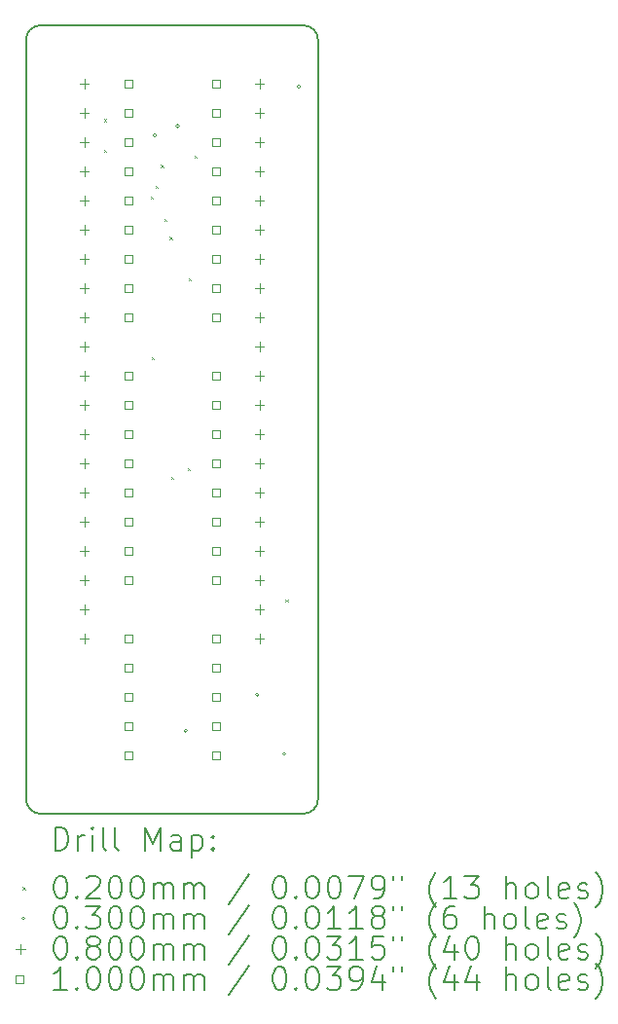
<source format=gbr>
%TF.GenerationSoftware,KiCad,Pcbnew,9.0.6-9.0.6~ubuntu25.10.1*%
%TF.CreationDate,2025-12-24T22:54:56+09:00*%
%TF.ProjectId,bionic-p8086,62696f6e-6963-42d7-9038-3038362e6b69,1*%
%TF.SameCoordinates,Original*%
%TF.FileFunction,Drillmap*%
%TF.FilePolarity,Positive*%
%FSLAX45Y45*%
G04 Gerber Fmt 4.5, Leading zero omitted, Abs format (unit mm)*
G04 Created by KiCad (PCBNEW 9.0.6-9.0.6~ubuntu25.10.1) date 2025-12-24 22:54:56*
%MOMM*%
%LPD*%
G01*
G04 APERTURE LIST*
%ADD10C,0.150000*%
%ADD11C,0.200000*%
%ADD12C,0.100000*%
G04 APERTURE END LIST*
D10*
X10100000Y-7127000D02*
G75*
G02*
X10227000Y-7000000I127000J0D01*
G01*
X10100000Y-13731000D02*
X10100000Y-7127000D01*
X12640000Y-13731000D02*
G75*
G02*
X12513000Y-13858000I-127000J0D01*
G01*
X10227000Y-13858000D02*
G75*
G02*
X10100000Y-13731000I0J127000D01*
G01*
X10227000Y-7000000D02*
X12513000Y-7000000D01*
X12513000Y-7000000D02*
G75*
G02*
X12640000Y-7127000I0J-127000D01*
G01*
X12513000Y-13858000D02*
X10227000Y-13858000D01*
X12640000Y-7127000D02*
X12640000Y-13731000D01*
D11*
D12*
X10775800Y-7815500D02*
X10795800Y-7835500D01*
X10795800Y-7815500D02*
X10775800Y-7835500D01*
X10775800Y-8082200D02*
X10795800Y-8102200D01*
X10795800Y-8082200D02*
X10775800Y-8102200D01*
X11182270Y-8488530D02*
X11202270Y-8508530D01*
X11202270Y-8488530D02*
X11182270Y-8508530D01*
X11194900Y-9885600D02*
X11214900Y-9905600D01*
X11214900Y-9885600D02*
X11194900Y-9905600D01*
X11227270Y-8396215D02*
X11247270Y-8416215D01*
X11247270Y-8396215D02*
X11227270Y-8416215D01*
X11273907Y-8215000D02*
X11293907Y-8235000D01*
X11293907Y-8215000D02*
X11273907Y-8235000D01*
X11302230Y-8684830D02*
X11322230Y-8704830D01*
X11322230Y-8684830D02*
X11302230Y-8704830D01*
X11349840Y-8839120D02*
X11369840Y-8859120D01*
X11369840Y-8839120D02*
X11349840Y-8859120D01*
X11360000Y-10927000D02*
X11380000Y-10947000D01*
X11380000Y-10927000D02*
X11360000Y-10947000D01*
X11505500Y-10850800D02*
X11525500Y-10870800D01*
X11525500Y-10850800D02*
X11505500Y-10870800D01*
X11512400Y-9199800D02*
X11532400Y-9219800D01*
X11532400Y-9199800D02*
X11512400Y-9219800D01*
X11563200Y-8133000D02*
X11583200Y-8153000D01*
X11583200Y-8133000D02*
X11563200Y-8153000D01*
X12357500Y-11996700D02*
X12377500Y-12016700D01*
X12377500Y-11996700D02*
X12357500Y-12016700D01*
X11235140Y-7955040D02*
G75*
G02*
X11205140Y-7955040I-15000J0D01*
G01*
X11205140Y-7955040D02*
G75*
G02*
X11235140Y-7955040I15000J0D01*
G01*
X11435800Y-7876300D02*
G75*
G02*
X11405800Y-7876300I-15000J0D01*
G01*
X11405800Y-7876300D02*
G75*
G02*
X11435800Y-7876300I15000J0D01*
G01*
X11504380Y-13136640D02*
G75*
G02*
X11474380Y-13136640I-15000J0D01*
G01*
X11474380Y-13136640D02*
G75*
G02*
X11504380Y-13136640I15000J0D01*
G01*
X12126680Y-12824220D02*
G75*
G02*
X12096680Y-12824220I-15000J0D01*
G01*
X12096680Y-12824220D02*
G75*
G02*
X12126680Y-12824220I15000J0D01*
G01*
X12360360Y-13337300D02*
G75*
G02*
X12330360Y-13337300I-15000J0D01*
G01*
X12330360Y-13337300D02*
G75*
G02*
X12360360Y-13337300I15000J0D01*
G01*
X12489900Y-7533400D02*
G75*
G02*
X12459900Y-7533400I-15000J0D01*
G01*
X12459900Y-7533400D02*
G75*
G02*
X12489900Y-7533400I15000J0D01*
G01*
X10608000Y-7468000D02*
X10608000Y-7548000D01*
X10568000Y-7508000D02*
X10648000Y-7508000D01*
X10608000Y-7722000D02*
X10608000Y-7802000D01*
X10568000Y-7762000D02*
X10648000Y-7762000D01*
X10608000Y-7976000D02*
X10608000Y-8056000D01*
X10568000Y-8016000D02*
X10648000Y-8016000D01*
X10608000Y-8230000D02*
X10608000Y-8310000D01*
X10568000Y-8270000D02*
X10648000Y-8270000D01*
X10608000Y-8484000D02*
X10608000Y-8564000D01*
X10568000Y-8524000D02*
X10648000Y-8524000D01*
X10608000Y-8738000D02*
X10608000Y-8818000D01*
X10568000Y-8778000D02*
X10648000Y-8778000D01*
X10608000Y-8992000D02*
X10608000Y-9072000D01*
X10568000Y-9032000D02*
X10648000Y-9032000D01*
X10608000Y-9246000D02*
X10608000Y-9326000D01*
X10568000Y-9286000D02*
X10648000Y-9286000D01*
X10608000Y-9500000D02*
X10608000Y-9580000D01*
X10568000Y-9540000D02*
X10648000Y-9540000D01*
X10608000Y-9754000D02*
X10608000Y-9834000D01*
X10568000Y-9794000D02*
X10648000Y-9794000D01*
X10608000Y-10008000D02*
X10608000Y-10088000D01*
X10568000Y-10048000D02*
X10648000Y-10048000D01*
X10608000Y-10262000D02*
X10608000Y-10342000D01*
X10568000Y-10302000D02*
X10648000Y-10302000D01*
X10608000Y-10516000D02*
X10608000Y-10596000D01*
X10568000Y-10556000D02*
X10648000Y-10556000D01*
X10608000Y-10770000D02*
X10608000Y-10850000D01*
X10568000Y-10810000D02*
X10648000Y-10810000D01*
X10608000Y-11024000D02*
X10608000Y-11104000D01*
X10568000Y-11064000D02*
X10648000Y-11064000D01*
X10608000Y-11278000D02*
X10608000Y-11358000D01*
X10568000Y-11318000D02*
X10648000Y-11318000D01*
X10608000Y-11532000D02*
X10608000Y-11612000D01*
X10568000Y-11572000D02*
X10648000Y-11572000D01*
X10608000Y-11786000D02*
X10608000Y-11866000D01*
X10568000Y-11826000D02*
X10648000Y-11826000D01*
X10608000Y-12040000D02*
X10608000Y-12120000D01*
X10568000Y-12080000D02*
X10648000Y-12080000D01*
X10608000Y-12294000D02*
X10608000Y-12374000D01*
X10568000Y-12334000D02*
X10648000Y-12334000D01*
X12132000Y-7468000D02*
X12132000Y-7548000D01*
X12092000Y-7508000D02*
X12172000Y-7508000D01*
X12132000Y-7722000D02*
X12132000Y-7802000D01*
X12092000Y-7762000D02*
X12172000Y-7762000D01*
X12132000Y-7976000D02*
X12132000Y-8056000D01*
X12092000Y-8016000D02*
X12172000Y-8016000D01*
X12132000Y-8230000D02*
X12132000Y-8310000D01*
X12092000Y-8270000D02*
X12172000Y-8270000D01*
X12132000Y-8484000D02*
X12132000Y-8564000D01*
X12092000Y-8524000D02*
X12172000Y-8524000D01*
X12132000Y-8738000D02*
X12132000Y-8818000D01*
X12092000Y-8778000D02*
X12172000Y-8778000D01*
X12132000Y-8992000D02*
X12132000Y-9072000D01*
X12092000Y-9032000D02*
X12172000Y-9032000D01*
X12132000Y-9246000D02*
X12132000Y-9326000D01*
X12092000Y-9286000D02*
X12172000Y-9286000D01*
X12132000Y-9500000D02*
X12132000Y-9580000D01*
X12092000Y-9540000D02*
X12172000Y-9540000D01*
X12132000Y-9754000D02*
X12132000Y-9834000D01*
X12092000Y-9794000D02*
X12172000Y-9794000D01*
X12132000Y-10008000D02*
X12132000Y-10088000D01*
X12092000Y-10048000D02*
X12172000Y-10048000D01*
X12132000Y-10262000D02*
X12132000Y-10342000D01*
X12092000Y-10302000D02*
X12172000Y-10302000D01*
X12132000Y-10516000D02*
X12132000Y-10596000D01*
X12092000Y-10556000D02*
X12172000Y-10556000D01*
X12132000Y-10770000D02*
X12132000Y-10850000D01*
X12092000Y-10810000D02*
X12172000Y-10810000D01*
X12132000Y-11024000D02*
X12132000Y-11104000D01*
X12092000Y-11064000D02*
X12172000Y-11064000D01*
X12132000Y-11278000D02*
X12132000Y-11358000D01*
X12092000Y-11318000D02*
X12172000Y-11318000D01*
X12132000Y-11532000D02*
X12132000Y-11612000D01*
X12092000Y-11572000D02*
X12172000Y-11572000D01*
X12132000Y-11786000D02*
X12132000Y-11866000D01*
X12092000Y-11826000D02*
X12172000Y-11826000D01*
X12132000Y-12040000D02*
X12132000Y-12120000D01*
X12092000Y-12080000D02*
X12172000Y-12080000D01*
X12132000Y-12294000D02*
X12132000Y-12374000D01*
X12092000Y-12334000D02*
X12172000Y-12334000D01*
X11024356Y-7543356D02*
X11024356Y-7472644D01*
X10953644Y-7472644D01*
X10953644Y-7543356D01*
X11024356Y-7543356D01*
X11024356Y-7797356D02*
X11024356Y-7726644D01*
X10953644Y-7726644D01*
X10953644Y-7797356D01*
X11024356Y-7797356D01*
X11024356Y-8051356D02*
X11024356Y-7980644D01*
X10953644Y-7980644D01*
X10953644Y-8051356D01*
X11024356Y-8051356D01*
X11024356Y-8305356D02*
X11024356Y-8234644D01*
X10953644Y-8234644D01*
X10953644Y-8305356D01*
X11024356Y-8305356D01*
X11024356Y-8559356D02*
X11024356Y-8488644D01*
X10953644Y-8488644D01*
X10953644Y-8559356D01*
X11024356Y-8559356D01*
X11024356Y-8813356D02*
X11024356Y-8742644D01*
X10953644Y-8742644D01*
X10953644Y-8813356D01*
X11024356Y-8813356D01*
X11024356Y-9067356D02*
X11024356Y-8996644D01*
X10953644Y-8996644D01*
X10953644Y-9067356D01*
X11024356Y-9067356D01*
X11024356Y-9321356D02*
X11024356Y-9250644D01*
X10953644Y-9250644D01*
X10953644Y-9321356D01*
X11024356Y-9321356D01*
X11024356Y-9575356D02*
X11024356Y-9504644D01*
X10953644Y-9504644D01*
X10953644Y-9575356D01*
X11024356Y-9575356D01*
X11024356Y-10083356D02*
X11024356Y-10012644D01*
X10953644Y-10012644D01*
X10953644Y-10083356D01*
X11024356Y-10083356D01*
X11024356Y-10337356D02*
X11024356Y-10266644D01*
X10953644Y-10266644D01*
X10953644Y-10337356D01*
X11024356Y-10337356D01*
X11024356Y-10591356D02*
X11024356Y-10520644D01*
X10953644Y-10520644D01*
X10953644Y-10591356D01*
X11024356Y-10591356D01*
X11024356Y-10845356D02*
X11024356Y-10774644D01*
X10953644Y-10774644D01*
X10953644Y-10845356D01*
X11024356Y-10845356D01*
X11024356Y-11099356D02*
X11024356Y-11028644D01*
X10953644Y-11028644D01*
X10953644Y-11099356D01*
X11024356Y-11099356D01*
X11024356Y-11353356D02*
X11024356Y-11282644D01*
X10953644Y-11282644D01*
X10953644Y-11353356D01*
X11024356Y-11353356D01*
X11024356Y-11607356D02*
X11024356Y-11536644D01*
X10953644Y-11536644D01*
X10953644Y-11607356D01*
X11024356Y-11607356D01*
X11024356Y-11861356D02*
X11024356Y-11790644D01*
X10953644Y-11790644D01*
X10953644Y-11861356D01*
X11024356Y-11861356D01*
X11024356Y-12369356D02*
X11024356Y-12298644D01*
X10953644Y-12298644D01*
X10953644Y-12369356D01*
X11024356Y-12369356D01*
X11024356Y-12623356D02*
X11024356Y-12552644D01*
X10953644Y-12552644D01*
X10953644Y-12623356D01*
X11024356Y-12623356D01*
X11024356Y-12877356D02*
X11024356Y-12806644D01*
X10953644Y-12806644D01*
X10953644Y-12877356D01*
X11024356Y-12877356D01*
X11024356Y-13131356D02*
X11024356Y-13060644D01*
X10953644Y-13060644D01*
X10953644Y-13131356D01*
X11024356Y-13131356D01*
X11024356Y-13385356D02*
X11024356Y-13314644D01*
X10953644Y-13314644D01*
X10953644Y-13385356D01*
X11024356Y-13385356D01*
X11786356Y-7543356D02*
X11786356Y-7472644D01*
X11715644Y-7472644D01*
X11715644Y-7543356D01*
X11786356Y-7543356D01*
X11786356Y-7797356D02*
X11786356Y-7726644D01*
X11715644Y-7726644D01*
X11715644Y-7797356D01*
X11786356Y-7797356D01*
X11786356Y-8051356D02*
X11786356Y-7980644D01*
X11715644Y-7980644D01*
X11715644Y-8051356D01*
X11786356Y-8051356D01*
X11786356Y-8305356D02*
X11786356Y-8234644D01*
X11715644Y-8234644D01*
X11715644Y-8305356D01*
X11786356Y-8305356D01*
X11786356Y-8559356D02*
X11786356Y-8488644D01*
X11715644Y-8488644D01*
X11715644Y-8559356D01*
X11786356Y-8559356D01*
X11786356Y-8813356D02*
X11786356Y-8742644D01*
X11715644Y-8742644D01*
X11715644Y-8813356D01*
X11786356Y-8813356D01*
X11786356Y-9067356D02*
X11786356Y-8996644D01*
X11715644Y-8996644D01*
X11715644Y-9067356D01*
X11786356Y-9067356D01*
X11786356Y-9321356D02*
X11786356Y-9250644D01*
X11715644Y-9250644D01*
X11715644Y-9321356D01*
X11786356Y-9321356D01*
X11786356Y-9575356D02*
X11786356Y-9504644D01*
X11715644Y-9504644D01*
X11715644Y-9575356D01*
X11786356Y-9575356D01*
X11786356Y-10083356D02*
X11786356Y-10012644D01*
X11715644Y-10012644D01*
X11715644Y-10083356D01*
X11786356Y-10083356D01*
X11786356Y-10337356D02*
X11786356Y-10266644D01*
X11715644Y-10266644D01*
X11715644Y-10337356D01*
X11786356Y-10337356D01*
X11786356Y-10591356D02*
X11786356Y-10520644D01*
X11715644Y-10520644D01*
X11715644Y-10591356D01*
X11786356Y-10591356D01*
X11786356Y-10845356D02*
X11786356Y-10774644D01*
X11715644Y-10774644D01*
X11715644Y-10845356D01*
X11786356Y-10845356D01*
X11786356Y-11099356D02*
X11786356Y-11028644D01*
X11715644Y-11028644D01*
X11715644Y-11099356D01*
X11786356Y-11099356D01*
X11786356Y-11353356D02*
X11786356Y-11282644D01*
X11715644Y-11282644D01*
X11715644Y-11353356D01*
X11786356Y-11353356D01*
X11786356Y-11607356D02*
X11786356Y-11536644D01*
X11715644Y-11536644D01*
X11715644Y-11607356D01*
X11786356Y-11607356D01*
X11786356Y-11861356D02*
X11786356Y-11790644D01*
X11715644Y-11790644D01*
X11715644Y-11861356D01*
X11786356Y-11861356D01*
X11786356Y-12369356D02*
X11786356Y-12298644D01*
X11715644Y-12298644D01*
X11715644Y-12369356D01*
X11786356Y-12369356D01*
X11786356Y-12623356D02*
X11786356Y-12552644D01*
X11715644Y-12552644D01*
X11715644Y-12623356D01*
X11786356Y-12623356D01*
X11786356Y-12877356D02*
X11786356Y-12806644D01*
X11715644Y-12806644D01*
X11715644Y-12877356D01*
X11786356Y-12877356D01*
X11786356Y-13131356D02*
X11786356Y-13060644D01*
X11715644Y-13060644D01*
X11715644Y-13131356D01*
X11786356Y-13131356D01*
X11786356Y-13385356D02*
X11786356Y-13314644D01*
X11715644Y-13314644D01*
X11715644Y-13385356D01*
X11786356Y-13385356D01*
D11*
X10353277Y-14176984D02*
X10353277Y-13976984D01*
X10353277Y-13976984D02*
X10400896Y-13976984D01*
X10400896Y-13976984D02*
X10429467Y-13986508D01*
X10429467Y-13986508D02*
X10448515Y-14005555D01*
X10448515Y-14005555D02*
X10458039Y-14024603D01*
X10458039Y-14024603D02*
X10467563Y-14062698D01*
X10467563Y-14062698D02*
X10467563Y-14091269D01*
X10467563Y-14091269D02*
X10458039Y-14129365D01*
X10458039Y-14129365D02*
X10448515Y-14148412D01*
X10448515Y-14148412D02*
X10429467Y-14167460D01*
X10429467Y-14167460D02*
X10400896Y-14176984D01*
X10400896Y-14176984D02*
X10353277Y-14176984D01*
X10553277Y-14176984D02*
X10553277Y-14043650D01*
X10553277Y-14081746D02*
X10562801Y-14062698D01*
X10562801Y-14062698D02*
X10572324Y-14053174D01*
X10572324Y-14053174D02*
X10591372Y-14043650D01*
X10591372Y-14043650D02*
X10610420Y-14043650D01*
X10677086Y-14176984D02*
X10677086Y-14043650D01*
X10677086Y-13976984D02*
X10667563Y-13986508D01*
X10667563Y-13986508D02*
X10677086Y-13996031D01*
X10677086Y-13996031D02*
X10686610Y-13986508D01*
X10686610Y-13986508D02*
X10677086Y-13976984D01*
X10677086Y-13976984D02*
X10677086Y-13996031D01*
X10800896Y-14176984D02*
X10781848Y-14167460D01*
X10781848Y-14167460D02*
X10772324Y-14148412D01*
X10772324Y-14148412D02*
X10772324Y-13976984D01*
X10905658Y-14176984D02*
X10886610Y-14167460D01*
X10886610Y-14167460D02*
X10877086Y-14148412D01*
X10877086Y-14148412D02*
X10877086Y-13976984D01*
X11134229Y-14176984D02*
X11134229Y-13976984D01*
X11134229Y-13976984D02*
X11200896Y-14119841D01*
X11200896Y-14119841D02*
X11267562Y-13976984D01*
X11267562Y-13976984D02*
X11267562Y-14176984D01*
X11448515Y-14176984D02*
X11448515Y-14072222D01*
X11448515Y-14072222D02*
X11438991Y-14053174D01*
X11438991Y-14053174D02*
X11419943Y-14043650D01*
X11419943Y-14043650D02*
X11381848Y-14043650D01*
X11381848Y-14043650D02*
X11362801Y-14053174D01*
X11448515Y-14167460D02*
X11429467Y-14176984D01*
X11429467Y-14176984D02*
X11381848Y-14176984D01*
X11381848Y-14176984D02*
X11362801Y-14167460D01*
X11362801Y-14167460D02*
X11353277Y-14148412D01*
X11353277Y-14148412D02*
X11353277Y-14129365D01*
X11353277Y-14129365D02*
X11362801Y-14110317D01*
X11362801Y-14110317D02*
X11381848Y-14100793D01*
X11381848Y-14100793D02*
X11429467Y-14100793D01*
X11429467Y-14100793D02*
X11448515Y-14091269D01*
X11543753Y-14043650D02*
X11543753Y-14243650D01*
X11543753Y-14053174D02*
X11562801Y-14043650D01*
X11562801Y-14043650D02*
X11600896Y-14043650D01*
X11600896Y-14043650D02*
X11619943Y-14053174D01*
X11619943Y-14053174D02*
X11629467Y-14062698D01*
X11629467Y-14062698D02*
X11638991Y-14081746D01*
X11638991Y-14081746D02*
X11638991Y-14138888D01*
X11638991Y-14138888D02*
X11629467Y-14157936D01*
X11629467Y-14157936D02*
X11619943Y-14167460D01*
X11619943Y-14167460D02*
X11600896Y-14176984D01*
X11600896Y-14176984D02*
X11562801Y-14176984D01*
X11562801Y-14176984D02*
X11543753Y-14167460D01*
X11724705Y-14157936D02*
X11734229Y-14167460D01*
X11734229Y-14167460D02*
X11724705Y-14176984D01*
X11724705Y-14176984D02*
X11715182Y-14167460D01*
X11715182Y-14167460D02*
X11724705Y-14157936D01*
X11724705Y-14157936D02*
X11724705Y-14176984D01*
X11724705Y-14053174D02*
X11734229Y-14062698D01*
X11734229Y-14062698D02*
X11724705Y-14072222D01*
X11724705Y-14072222D02*
X11715182Y-14062698D01*
X11715182Y-14062698D02*
X11724705Y-14053174D01*
X11724705Y-14053174D02*
X11724705Y-14072222D01*
D12*
X10072500Y-14495500D02*
X10092500Y-14515500D01*
X10092500Y-14495500D02*
X10072500Y-14515500D01*
D11*
X10391372Y-14396984D02*
X10410420Y-14396984D01*
X10410420Y-14396984D02*
X10429467Y-14406508D01*
X10429467Y-14406508D02*
X10438991Y-14416031D01*
X10438991Y-14416031D02*
X10448515Y-14435079D01*
X10448515Y-14435079D02*
X10458039Y-14473174D01*
X10458039Y-14473174D02*
X10458039Y-14520793D01*
X10458039Y-14520793D02*
X10448515Y-14558888D01*
X10448515Y-14558888D02*
X10438991Y-14577936D01*
X10438991Y-14577936D02*
X10429467Y-14587460D01*
X10429467Y-14587460D02*
X10410420Y-14596984D01*
X10410420Y-14596984D02*
X10391372Y-14596984D01*
X10391372Y-14596984D02*
X10372324Y-14587460D01*
X10372324Y-14587460D02*
X10362801Y-14577936D01*
X10362801Y-14577936D02*
X10353277Y-14558888D01*
X10353277Y-14558888D02*
X10343753Y-14520793D01*
X10343753Y-14520793D02*
X10343753Y-14473174D01*
X10343753Y-14473174D02*
X10353277Y-14435079D01*
X10353277Y-14435079D02*
X10362801Y-14416031D01*
X10362801Y-14416031D02*
X10372324Y-14406508D01*
X10372324Y-14406508D02*
X10391372Y-14396984D01*
X10543753Y-14577936D02*
X10553277Y-14587460D01*
X10553277Y-14587460D02*
X10543753Y-14596984D01*
X10543753Y-14596984D02*
X10534229Y-14587460D01*
X10534229Y-14587460D02*
X10543753Y-14577936D01*
X10543753Y-14577936D02*
X10543753Y-14596984D01*
X10629467Y-14416031D02*
X10638991Y-14406508D01*
X10638991Y-14406508D02*
X10658039Y-14396984D01*
X10658039Y-14396984D02*
X10705658Y-14396984D01*
X10705658Y-14396984D02*
X10724705Y-14406508D01*
X10724705Y-14406508D02*
X10734229Y-14416031D01*
X10734229Y-14416031D02*
X10743753Y-14435079D01*
X10743753Y-14435079D02*
X10743753Y-14454127D01*
X10743753Y-14454127D02*
X10734229Y-14482698D01*
X10734229Y-14482698D02*
X10619944Y-14596984D01*
X10619944Y-14596984D02*
X10743753Y-14596984D01*
X10867563Y-14396984D02*
X10886610Y-14396984D01*
X10886610Y-14396984D02*
X10905658Y-14406508D01*
X10905658Y-14406508D02*
X10915182Y-14416031D01*
X10915182Y-14416031D02*
X10924705Y-14435079D01*
X10924705Y-14435079D02*
X10934229Y-14473174D01*
X10934229Y-14473174D02*
X10934229Y-14520793D01*
X10934229Y-14520793D02*
X10924705Y-14558888D01*
X10924705Y-14558888D02*
X10915182Y-14577936D01*
X10915182Y-14577936D02*
X10905658Y-14587460D01*
X10905658Y-14587460D02*
X10886610Y-14596984D01*
X10886610Y-14596984D02*
X10867563Y-14596984D01*
X10867563Y-14596984D02*
X10848515Y-14587460D01*
X10848515Y-14587460D02*
X10838991Y-14577936D01*
X10838991Y-14577936D02*
X10829467Y-14558888D01*
X10829467Y-14558888D02*
X10819944Y-14520793D01*
X10819944Y-14520793D02*
X10819944Y-14473174D01*
X10819944Y-14473174D02*
X10829467Y-14435079D01*
X10829467Y-14435079D02*
X10838991Y-14416031D01*
X10838991Y-14416031D02*
X10848515Y-14406508D01*
X10848515Y-14406508D02*
X10867563Y-14396984D01*
X11058039Y-14396984D02*
X11077086Y-14396984D01*
X11077086Y-14396984D02*
X11096134Y-14406508D01*
X11096134Y-14406508D02*
X11105658Y-14416031D01*
X11105658Y-14416031D02*
X11115182Y-14435079D01*
X11115182Y-14435079D02*
X11124705Y-14473174D01*
X11124705Y-14473174D02*
X11124705Y-14520793D01*
X11124705Y-14520793D02*
X11115182Y-14558888D01*
X11115182Y-14558888D02*
X11105658Y-14577936D01*
X11105658Y-14577936D02*
X11096134Y-14587460D01*
X11096134Y-14587460D02*
X11077086Y-14596984D01*
X11077086Y-14596984D02*
X11058039Y-14596984D01*
X11058039Y-14596984D02*
X11038991Y-14587460D01*
X11038991Y-14587460D02*
X11029467Y-14577936D01*
X11029467Y-14577936D02*
X11019944Y-14558888D01*
X11019944Y-14558888D02*
X11010420Y-14520793D01*
X11010420Y-14520793D02*
X11010420Y-14473174D01*
X11010420Y-14473174D02*
X11019944Y-14435079D01*
X11019944Y-14435079D02*
X11029467Y-14416031D01*
X11029467Y-14416031D02*
X11038991Y-14406508D01*
X11038991Y-14406508D02*
X11058039Y-14396984D01*
X11210420Y-14596984D02*
X11210420Y-14463650D01*
X11210420Y-14482698D02*
X11219943Y-14473174D01*
X11219943Y-14473174D02*
X11238991Y-14463650D01*
X11238991Y-14463650D02*
X11267563Y-14463650D01*
X11267563Y-14463650D02*
X11286610Y-14473174D01*
X11286610Y-14473174D02*
X11296134Y-14492222D01*
X11296134Y-14492222D02*
X11296134Y-14596984D01*
X11296134Y-14492222D02*
X11305658Y-14473174D01*
X11305658Y-14473174D02*
X11324705Y-14463650D01*
X11324705Y-14463650D02*
X11353277Y-14463650D01*
X11353277Y-14463650D02*
X11372324Y-14473174D01*
X11372324Y-14473174D02*
X11381848Y-14492222D01*
X11381848Y-14492222D02*
X11381848Y-14596984D01*
X11477086Y-14596984D02*
X11477086Y-14463650D01*
X11477086Y-14482698D02*
X11486610Y-14473174D01*
X11486610Y-14473174D02*
X11505658Y-14463650D01*
X11505658Y-14463650D02*
X11534229Y-14463650D01*
X11534229Y-14463650D02*
X11553277Y-14473174D01*
X11553277Y-14473174D02*
X11562801Y-14492222D01*
X11562801Y-14492222D02*
X11562801Y-14596984D01*
X11562801Y-14492222D02*
X11572324Y-14473174D01*
X11572324Y-14473174D02*
X11591372Y-14463650D01*
X11591372Y-14463650D02*
X11619943Y-14463650D01*
X11619943Y-14463650D02*
X11638991Y-14473174D01*
X11638991Y-14473174D02*
X11648515Y-14492222D01*
X11648515Y-14492222D02*
X11648515Y-14596984D01*
X12038991Y-14387460D02*
X11867563Y-14644603D01*
X12296134Y-14396984D02*
X12315182Y-14396984D01*
X12315182Y-14396984D02*
X12334229Y-14406508D01*
X12334229Y-14406508D02*
X12343753Y-14416031D01*
X12343753Y-14416031D02*
X12353277Y-14435079D01*
X12353277Y-14435079D02*
X12362801Y-14473174D01*
X12362801Y-14473174D02*
X12362801Y-14520793D01*
X12362801Y-14520793D02*
X12353277Y-14558888D01*
X12353277Y-14558888D02*
X12343753Y-14577936D01*
X12343753Y-14577936D02*
X12334229Y-14587460D01*
X12334229Y-14587460D02*
X12315182Y-14596984D01*
X12315182Y-14596984D02*
X12296134Y-14596984D01*
X12296134Y-14596984D02*
X12277086Y-14587460D01*
X12277086Y-14587460D02*
X12267563Y-14577936D01*
X12267563Y-14577936D02*
X12258039Y-14558888D01*
X12258039Y-14558888D02*
X12248515Y-14520793D01*
X12248515Y-14520793D02*
X12248515Y-14473174D01*
X12248515Y-14473174D02*
X12258039Y-14435079D01*
X12258039Y-14435079D02*
X12267563Y-14416031D01*
X12267563Y-14416031D02*
X12277086Y-14406508D01*
X12277086Y-14406508D02*
X12296134Y-14396984D01*
X12448515Y-14577936D02*
X12458039Y-14587460D01*
X12458039Y-14587460D02*
X12448515Y-14596984D01*
X12448515Y-14596984D02*
X12438991Y-14587460D01*
X12438991Y-14587460D02*
X12448515Y-14577936D01*
X12448515Y-14577936D02*
X12448515Y-14596984D01*
X12581848Y-14396984D02*
X12600896Y-14396984D01*
X12600896Y-14396984D02*
X12619944Y-14406508D01*
X12619944Y-14406508D02*
X12629467Y-14416031D01*
X12629467Y-14416031D02*
X12638991Y-14435079D01*
X12638991Y-14435079D02*
X12648515Y-14473174D01*
X12648515Y-14473174D02*
X12648515Y-14520793D01*
X12648515Y-14520793D02*
X12638991Y-14558888D01*
X12638991Y-14558888D02*
X12629467Y-14577936D01*
X12629467Y-14577936D02*
X12619944Y-14587460D01*
X12619944Y-14587460D02*
X12600896Y-14596984D01*
X12600896Y-14596984D02*
X12581848Y-14596984D01*
X12581848Y-14596984D02*
X12562801Y-14587460D01*
X12562801Y-14587460D02*
X12553277Y-14577936D01*
X12553277Y-14577936D02*
X12543753Y-14558888D01*
X12543753Y-14558888D02*
X12534229Y-14520793D01*
X12534229Y-14520793D02*
X12534229Y-14473174D01*
X12534229Y-14473174D02*
X12543753Y-14435079D01*
X12543753Y-14435079D02*
X12553277Y-14416031D01*
X12553277Y-14416031D02*
X12562801Y-14406508D01*
X12562801Y-14406508D02*
X12581848Y-14396984D01*
X12772325Y-14396984D02*
X12791372Y-14396984D01*
X12791372Y-14396984D02*
X12810420Y-14406508D01*
X12810420Y-14406508D02*
X12819944Y-14416031D01*
X12819944Y-14416031D02*
X12829467Y-14435079D01*
X12829467Y-14435079D02*
X12838991Y-14473174D01*
X12838991Y-14473174D02*
X12838991Y-14520793D01*
X12838991Y-14520793D02*
X12829467Y-14558888D01*
X12829467Y-14558888D02*
X12819944Y-14577936D01*
X12819944Y-14577936D02*
X12810420Y-14587460D01*
X12810420Y-14587460D02*
X12791372Y-14596984D01*
X12791372Y-14596984D02*
X12772325Y-14596984D01*
X12772325Y-14596984D02*
X12753277Y-14587460D01*
X12753277Y-14587460D02*
X12743753Y-14577936D01*
X12743753Y-14577936D02*
X12734229Y-14558888D01*
X12734229Y-14558888D02*
X12724706Y-14520793D01*
X12724706Y-14520793D02*
X12724706Y-14473174D01*
X12724706Y-14473174D02*
X12734229Y-14435079D01*
X12734229Y-14435079D02*
X12743753Y-14416031D01*
X12743753Y-14416031D02*
X12753277Y-14406508D01*
X12753277Y-14406508D02*
X12772325Y-14396984D01*
X12905658Y-14396984D02*
X13038991Y-14396984D01*
X13038991Y-14396984D02*
X12953277Y-14596984D01*
X13124706Y-14596984D02*
X13162801Y-14596984D01*
X13162801Y-14596984D02*
X13181848Y-14587460D01*
X13181848Y-14587460D02*
X13191372Y-14577936D01*
X13191372Y-14577936D02*
X13210420Y-14549365D01*
X13210420Y-14549365D02*
X13219944Y-14511269D01*
X13219944Y-14511269D02*
X13219944Y-14435079D01*
X13219944Y-14435079D02*
X13210420Y-14416031D01*
X13210420Y-14416031D02*
X13200896Y-14406508D01*
X13200896Y-14406508D02*
X13181848Y-14396984D01*
X13181848Y-14396984D02*
X13143753Y-14396984D01*
X13143753Y-14396984D02*
X13124706Y-14406508D01*
X13124706Y-14406508D02*
X13115182Y-14416031D01*
X13115182Y-14416031D02*
X13105658Y-14435079D01*
X13105658Y-14435079D02*
X13105658Y-14482698D01*
X13105658Y-14482698D02*
X13115182Y-14501746D01*
X13115182Y-14501746D02*
X13124706Y-14511269D01*
X13124706Y-14511269D02*
X13143753Y-14520793D01*
X13143753Y-14520793D02*
X13181848Y-14520793D01*
X13181848Y-14520793D02*
X13200896Y-14511269D01*
X13200896Y-14511269D02*
X13210420Y-14501746D01*
X13210420Y-14501746D02*
X13219944Y-14482698D01*
X13296134Y-14396984D02*
X13296134Y-14435079D01*
X13372325Y-14396984D02*
X13372325Y-14435079D01*
X13667563Y-14673174D02*
X13658039Y-14663650D01*
X13658039Y-14663650D02*
X13638991Y-14635079D01*
X13638991Y-14635079D02*
X13629468Y-14616031D01*
X13629468Y-14616031D02*
X13619944Y-14587460D01*
X13619944Y-14587460D02*
X13610420Y-14539841D01*
X13610420Y-14539841D02*
X13610420Y-14501746D01*
X13610420Y-14501746D02*
X13619944Y-14454127D01*
X13619944Y-14454127D02*
X13629468Y-14425555D01*
X13629468Y-14425555D02*
X13638991Y-14406508D01*
X13638991Y-14406508D02*
X13658039Y-14377936D01*
X13658039Y-14377936D02*
X13667563Y-14368412D01*
X13848515Y-14596984D02*
X13734229Y-14596984D01*
X13791372Y-14596984D02*
X13791372Y-14396984D01*
X13791372Y-14396984D02*
X13772325Y-14425555D01*
X13772325Y-14425555D02*
X13753277Y-14444603D01*
X13753277Y-14444603D02*
X13734229Y-14454127D01*
X13915182Y-14396984D02*
X14038991Y-14396984D01*
X14038991Y-14396984D02*
X13972325Y-14473174D01*
X13972325Y-14473174D02*
X14000896Y-14473174D01*
X14000896Y-14473174D02*
X14019944Y-14482698D01*
X14019944Y-14482698D02*
X14029468Y-14492222D01*
X14029468Y-14492222D02*
X14038991Y-14511269D01*
X14038991Y-14511269D02*
X14038991Y-14558888D01*
X14038991Y-14558888D02*
X14029468Y-14577936D01*
X14029468Y-14577936D02*
X14019944Y-14587460D01*
X14019944Y-14587460D02*
X14000896Y-14596984D01*
X14000896Y-14596984D02*
X13943753Y-14596984D01*
X13943753Y-14596984D02*
X13924706Y-14587460D01*
X13924706Y-14587460D02*
X13915182Y-14577936D01*
X14277087Y-14596984D02*
X14277087Y-14396984D01*
X14362801Y-14596984D02*
X14362801Y-14492222D01*
X14362801Y-14492222D02*
X14353277Y-14473174D01*
X14353277Y-14473174D02*
X14334230Y-14463650D01*
X14334230Y-14463650D02*
X14305658Y-14463650D01*
X14305658Y-14463650D02*
X14286610Y-14473174D01*
X14286610Y-14473174D02*
X14277087Y-14482698D01*
X14486610Y-14596984D02*
X14467563Y-14587460D01*
X14467563Y-14587460D02*
X14458039Y-14577936D01*
X14458039Y-14577936D02*
X14448515Y-14558888D01*
X14448515Y-14558888D02*
X14448515Y-14501746D01*
X14448515Y-14501746D02*
X14458039Y-14482698D01*
X14458039Y-14482698D02*
X14467563Y-14473174D01*
X14467563Y-14473174D02*
X14486610Y-14463650D01*
X14486610Y-14463650D02*
X14515182Y-14463650D01*
X14515182Y-14463650D02*
X14534230Y-14473174D01*
X14534230Y-14473174D02*
X14543753Y-14482698D01*
X14543753Y-14482698D02*
X14553277Y-14501746D01*
X14553277Y-14501746D02*
X14553277Y-14558888D01*
X14553277Y-14558888D02*
X14543753Y-14577936D01*
X14543753Y-14577936D02*
X14534230Y-14587460D01*
X14534230Y-14587460D02*
X14515182Y-14596984D01*
X14515182Y-14596984D02*
X14486610Y-14596984D01*
X14667563Y-14596984D02*
X14648515Y-14587460D01*
X14648515Y-14587460D02*
X14638991Y-14568412D01*
X14638991Y-14568412D02*
X14638991Y-14396984D01*
X14819944Y-14587460D02*
X14800896Y-14596984D01*
X14800896Y-14596984D02*
X14762801Y-14596984D01*
X14762801Y-14596984D02*
X14743753Y-14587460D01*
X14743753Y-14587460D02*
X14734230Y-14568412D01*
X14734230Y-14568412D02*
X14734230Y-14492222D01*
X14734230Y-14492222D02*
X14743753Y-14473174D01*
X14743753Y-14473174D02*
X14762801Y-14463650D01*
X14762801Y-14463650D02*
X14800896Y-14463650D01*
X14800896Y-14463650D02*
X14819944Y-14473174D01*
X14819944Y-14473174D02*
X14829468Y-14492222D01*
X14829468Y-14492222D02*
X14829468Y-14511269D01*
X14829468Y-14511269D02*
X14734230Y-14530317D01*
X14905658Y-14587460D02*
X14924706Y-14596984D01*
X14924706Y-14596984D02*
X14962801Y-14596984D01*
X14962801Y-14596984D02*
X14981849Y-14587460D01*
X14981849Y-14587460D02*
X14991372Y-14568412D01*
X14991372Y-14568412D02*
X14991372Y-14558888D01*
X14991372Y-14558888D02*
X14981849Y-14539841D01*
X14981849Y-14539841D02*
X14962801Y-14530317D01*
X14962801Y-14530317D02*
X14934230Y-14530317D01*
X14934230Y-14530317D02*
X14915182Y-14520793D01*
X14915182Y-14520793D02*
X14905658Y-14501746D01*
X14905658Y-14501746D02*
X14905658Y-14492222D01*
X14905658Y-14492222D02*
X14915182Y-14473174D01*
X14915182Y-14473174D02*
X14934230Y-14463650D01*
X14934230Y-14463650D02*
X14962801Y-14463650D01*
X14962801Y-14463650D02*
X14981849Y-14473174D01*
X15058039Y-14673174D02*
X15067563Y-14663650D01*
X15067563Y-14663650D02*
X15086611Y-14635079D01*
X15086611Y-14635079D02*
X15096134Y-14616031D01*
X15096134Y-14616031D02*
X15105658Y-14587460D01*
X15105658Y-14587460D02*
X15115182Y-14539841D01*
X15115182Y-14539841D02*
X15115182Y-14501746D01*
X15115182Y-14501746D02*
X15105658Y-14454127D01*
X15105658Y-14454127D02*
X15096134Y-14425555D01*
X15096134Y-14425555D02*
X15086611Y-14406508D01*
X15086611Y-14406508D02*
X15067563Y-14377936D01*
X15067563Y-14377936D02*
X15058039Y-14368412D01*
D12*
X10092500Y-14769500D02*
G75*
G02*
X10062500Y-14769500I-15000J0D01*
G01*
X10062500Y-14769500D02*
G75*
G02*
X10092500Y-14769500I15000J0D01*
G01*
D11*
X10391372Y-14660984D02*
X10410420Y-14660984D01*
X10410420Y-14660984D02*
X10429467Y-14670508D01*
X10429467Y-14670508D02*
X10438991Y-14680031D01*
X10438991Y-14680031D02*
X10448515Y-14699079D01*
X10448515Y-14699079D02*
X10458039Y-14737174D01*
X10458039Y-14737174D02*
X10458039Y-14784793D01*
X10458039Y-14784793D02*
X10448515Y-14822888D01*
X10448515Y-14822888D02*
X10438991Y-14841936D01*
X10438991Y-14841936D02*
X10429467Y-14851460D01*
X10429467Y-14851460D02*
X10410420Y-14860984D01*
X10410420Y-14860984D02*
X10391372Y-14860984D01*
X10391372Y-14860984D02*
X10372324Y-14851460D01*
X10372324Y-14851460D02*
X10362801Y-14841936D01*
X10362801Y-14841936D02*
X10353277Y-14822888D01*
X10353277Y-14822888D02*
X10343753Y-14784793D01*
X10343753Y-14784793D02*
X10343753Y-14737174D01*
X10343753Y-14737174D02*
X10353277Y-14699079D01*
X10353277Y-14699079D02*
X10362801Y-14680031D01*
X10362801Y-14680031D02*
X10372324Y-14670508D01*
X10372324Y-14670508D02*
X10391372Y-14660984D01*
X10543753Y-14841936D02*
X10553277Y-14851460D01*
X10553277Y-14851460D02*
X10543753Y-14860984D01*
X10543753Y-14860984D02*
X10534229Y-14851460D01*
X10534229Y-14851460D02*
X10543753Y-14841936D01*
X10543753Y-14841936D02*
X10543753Y-14860984D01*
X10619944Y-14660984D02*
X10743753Y-14660984D01*
X10743753Y-14660984D02*
X10677086Y-14737174D01*
X10677086Y-14737174D02*
X10705658Y-14737174D01*
X10705658Y-14737174D02*
X10724705Y-14746698D01*
X10724705Y-14746698D02*
X10734229Y-14756222D01*
X10734229Y-14756222D02*
X10743753Y-14775269D01*
X10743753Y-14775269D02*
X10743753Y-14822888D01*
X10743753Y-14822888D02*
X10734229Y-14841936D01*
X10734229Y-14841936D02*
X10724705Y-14851460D01*
X10724705Y-14851460D02*
X10705658Y-14860984D01*
X10705658Y-14860984D02*
X10648515Y-14860984D01*
X10648515Y-14860984D02*
X10629467Y-14851460D01*
X10629467Y-14851460D02*
X10619944Y-14841936D01*
X10867563Y-14660984D02*
X10886610Y-14660984D01*
X10886610Y-14660984D02*
X10905658Y-14670508D01*
X10905658Y-14670508D02*
X10915182Y-14680031D01*
X10915182Y-14680031D02*
X10924705Y-14699079D01*
X10924705Y-14699079D02*
X10934229Y-14737174D01*
X10934229Y-14737174D02*
X10934229Y-14784793D01*
X10934229Y-14784793D02*
X10924705Y-14822888D01*
X10924705Y-14822888D02*
X10915182Y-14841936D01*
X10915182Y-14841936D02*
X10905658Y-14851460D01*
X10905658Y-14851460D02*
X10886610Y-14860984D01*
X10886610Y-14860984D02*
X10867563Y-14860984D01*
X10867563Y-14860984D02*
X10848515Y-14851460D01*
X10848515Y-14851460D02*
X10838991Y-14841936D01*
X10838991Y-14841936D02*
X10829467Y-14822888D01*
X10829467Y-14822888D02*
X10819944Y-14784793D01*
X10819944Y-14784793D02*
X10819944Y-14737174D01*
X10819944Y-14737174D02*
X10829467Y-14699079D01*
X10829467Y-14699079D02*
X10838991Y-14680031D01*
X10838991Y-14680031D02*
X10848515Y-14670508D01*
X10848515Y-14670508D02*
X10867563Y-14660984D01*
X11058039Y-14660984D02*
X11077086Y-14660984D01*
X11077086Y-14660984D02*
X11096134Y-14670508D01*
X11096134Y-14670508D02*
X11105658Y-14680031D01*
X11105658Y-14680031D02*
X11115182Y-14699079D01*
X11115182Y-14699079D02*
X11124705Y-14737174D01*
X11124705Y-14737174D02*
X11124705Y-14784793D01*
X11124705Y-14784793D02*
X11115182Y-14822888D01*
X11115182Y-14822888D02*
X11105658Y-14841936D01*
X11105658Y-14841936D02*
X11096134Y-14851460D01*
X11096134Y-14851460D02*
X11077086Y-14860984D01*
X11077086Y-14860984D02*
X11058039Y-14860984D01*
X11058039Y-14860984D02*
X11038991Y-14851460D01*
X11038991Y-14851460D02*
X11029467Y-14841936D01*
X11029467Y-14841936D02*
X11019944Y-14822888D01*
X11019944Y-14822888D02*
X11010420Y-14784793D01*
X11010420Y-14784793D02*
X11010420Y-14737174D01*
X11010420Y-14737174D02*
X11019944Y-14699079D01*
X11019944Y-14699079D02*
X11029467Y-14680031D01*
X11029467Y-14680031D02*
X11038991Y-14670508D01*
X11038991Y-14670508D02*
X11058039Y-14660984D01*
X11210420Y-14860984D02*
X11210420Y-14727650D01*
X11210420Y-14746698D02*
X11219943Y-14737174D01*
X11219943Y-14737174D02*
X11238991Y-14727650D01*
X11238991Y-14727650D02*
X11267563Y-14727650D01*
X11267563Y-14727650D02*
X11286610Y-14737174D01*
X11286610Y-14737174D02*
X11296134Y-14756222D01*
X11296134Y-14756222D02*
X11296134Y-14860984D01*
X11296134Y-14756222D02*
X11305658Y-14737174D01*
X11305658Y-14737174D02*
X11324705Y-14727650D01*
X11324705Y-14727650D02*
X11353277Y-14727650D01*
X11353277Y-14727650D02*
X11372324Y-14737174D01*
X11372324Y-14737174D02*
X11381848Y-14756222D01*
X11381848Y-14756222D02*
X11381848Y-14860984D01*
X11477086Y-14860984D02*
X11477086Y-14727650D01*
X11477086Y-14746698D02*
X11486610Y-14737174D01*
X11486610Y-14737174D02*
X11505658Y-14727650D01*
X11505658Y-14727650D02*
X11534229Y-14727650D01*
X11534229Y-14727650D02*
X11553277Y-14737174D01*
X11553277Y-14737174D02*
X11562801Y-14756222D01*
X11562801Y-14756222D02*
X11562801Y-14860984D01*
X11562801Y-14756222D02*
X11572324Y-14737174D01*
X11572324Y-14737174D02*
X11591372Y-14727650D01*
X11591372Y-14727650D02*
X11619943Y-14727650D01*
X11619943Y-14727650D02*
X11638991Y-14737174D01*
X11638991Y-14737174D02*
X11648515Y-14756222D01*
X11648515Y-14756222D02*
X11648515Y-14860984D01*
X12038991Y-14651460D02*
X11867563Y-14908603D01*
X12296134Y-14660984D02*
X12315182Y-14660984D01*
X12315182Y-14660984D02*
X12334229Y-14670508D01*
X12334229Y-14670508D02*
X12343753Y-14680031D01*
X12343753Y-14680031D02*
X12353277Y-14699079D01*
X12353277Y-14699079D02*
X12362801Y-14737174D01*
X12362801Y-14737174D02*
X12362801Y-14784793D01*
X12362801Y-14784793D02*
X12353277Y-14822888D01*
X12353277Y-14822888D02*
X12343753Y-14841936D01*
X12343753Y-14841936D02*
X12334229Y-14851460D01*
X12334229Y-14851460D02*
X12315182Y-14860984D01*
X12315182Y-14860984D02*
X12296134Y-14860984D01*
X12296134Y-14860984D02*
X12277086Y-14851460D01*
X12277086Y-14851460D02*
X12267563Y-14841936D01*
X12267563Y-14841936D02*
X12258039Y-14822888D01*
X12258039Y-14822888D02*
X12248515Y-14784793D01*
X12248515Y-14784793D02*
X12248515Y-14737174D01*
X12248515Y-14737174D02*
X12258039Y-14699079D01*
X12258039Y-14699079D02*
X12267563Y-14680031D01*
X12267563Y-14680031D02*
X12277086Y-14670508D01*
X12277086Y-14670508D02*
X12296134Y-14660984D01*
X12448515Y-14841936D02*
X12458039Y-14851460D01*
X12458039Y-14851460D02*
X12448515Y-14860984D01*
X12448515Y-14860984D02*
X12438991Y-14851460D01*
X12438991Y-14851460D02*
X12448515Y-14841936D01*
X12448515Y-14841936D02*
X12448515Y-14860984D01*
X12581848Y-14660984D02*
X12600896Y-14660984D01*
X12600896Y-14660984D02*
X12619944Y-14670508D01*
X12619944Y-14670508D02*
X12629467Y-14680031D01*
X12629467Y-14680031D02*
X12638991Y-14699079D01*
X12638991Y-14699079D02*
X12648515Y-14737174D01*
X12648515Y-14737174D02*
X12648515Y-14784793D01*
X12648515Y-14784793D02*
X12638991Y-14822888D01*
X12638991Y-14822888D02*
X12629467Y-14841936D01*
X12629467Y-14841936D02*
X12619944Y-14851460D01*
X12619944Y-14851460D02*
X12600896Y-14860984D01*
X12600896Y-14860984D02*
X12581848Y-14860984D01*
X12581848Y-14860984D02*
X12562801Y-14851460D01*
X12562801Y-14851460D02*
X12553277Y-14841936D01*
X12553277Y-14841936D02*
X12543753Y-14822888D01*
X12543753Y-14822888D02*
X12534229Y-14784793D01*
X12534229Y-14784793D02*
X12534229Y-14737174D01*
X12534229Y-14737174D02*
X12543753Y-14699079D01*
X12543753Y-14699079D02*
X12553277Y-14680031D01*
X12553277Y-14680031D02*
X12562801Y-14670508D01*
X12562801Y-14670508D02*
X12581848Y-14660984D01*
X12838991Y-14860984D02*
X12724706Y-14860984D01*
X12781848Y-14860984D02*
X12781848Y-14660984D01*
X12781848Y-14660984D02*
X12762801Y-14689555D01*
X12762801Y-14689555D02*
X12743753Y-14708603D01*
X12743753Y-14708603D02*
X12724706Y-14718127D01*
X13029467Y-14860984D02*
X12915182Y-14860984D01*
X12972325Y-14860984D02*
X12972325Y-14660984D01*
X12972325Y-14660984D02*
X12953277Y-14689555D01*
X12953277Y-14689555D02*
X12934229Y-14708603D01*
X12934229Y-14708603D02*
X12915182Y-14718127D01*
X13143753Y-14746698D02*
X13124706Y-14737174D01*
X13124706Y-14737174D02*
X13115182Y-14727650D01*
X13115182Y-14727650D02*
X13105658Y-14708603D01*
X13105658Y-14708603D02*
X13105658Y-14699079D01*
X13105658Y-14699079D02*
X13115182Y-14680031D01*
X13115182Y-14680031D02*
X13124706Y-14670508D01*
X13124706Y-14670508D02*
X13143753Y-14660984D01*
X13143753Y-14660984D02*
X13181848Y-14660984D01*
X13181848Y-14660984D02*
X13200896Y-14670508D01*
X13200896Y-14670508D02*
X13210420Y-14680031D01*
X13210420Y-14680031D02*
X13219944Y-14699079D01*
X13219944Y-14699079D02*
X13219944Y-14708603D01*
X13219944Y-14708603D02*
X13210420Y-14727650D01*
X13210420Y-14727650D02*
X13200896Y-14737174D01*
X13200896Y-14737174D02*
X13181848Y-14746698D01*
X13181848Y-14746698D02*
X13143753Y-14746698D01*
X13143753Y-14746698D02*
X13124706Y-14756222D01*
X13124706Y-14756222D02*
X13115182Y-14765746D01*
X13115182Y-14765746D02*
X13105658Y-14784793D01*
X13105658Y-14784793D02*
X13105658Y-14822888D01*
X13105658Y-14822888D02*
X13115182Y-14841936D01*
X13115182Y-14841936D02*
X13124706Y-14851460D01*
X13124706Y-14851460D02*
X13143753Y-14860984D01*
X13143753Y-14860984D02*
X13181848Y-14860984D01*
X13181848Y-14860984D02*
X13200896Y-14851460D01*
X13200896Y-14851460D02*
X13210420Y-14841936D01*
X13210420Y-14841936D02*
X13219944Y-14822888D01*
X13219944Y-14822888D02*
X13219944Y-14784793D01*
X13219944Y-14784793D02*
X13210420Y-14765746D01*
X13210420Y-14765746D02*
X13200896Y-14756222D01*
X13200896Y-14756222D02*
X13181848Y-14746698D01*
X13296134Y-14660984D02*
X13296134Y-14699079D01*
X13372325Y-14660984D02*
X13372325Y-14699079D01*
X13667563Y-14937174D02*
X13658039Y-14927650D01*
X13658039Y-14927650D02*
X13638991Y-14899079D01*
X13638991Y-14899079D02*
X13629468Y-14880031D01*
X13629468Y-14880031D02*
X13619944Y-14851460D01*
X13619944Y-14851460D02*
X13610420Y-14803841D01*
X13610420Y-14803841D02*
X13610420Y-14765746D01*
X13610420Y-14765746D02*
X13619944Y-14718127D01*
X13619944Y-14718127D02*
X13629468Y-14689555D01*
X13629468Y-14689555D02*
X13638991Y-14670508D01*
X13638991Y-14670508D02*
X13658039Y-14641936D01*
X13658039Y-14641936D02*
X13667563Y-14632412D01*
X13829468Y-14660984D02*
X13791372Y-14660984D01*
X13791372Y-14660984D02*
X13772325Y-14670508D01*
X13772325Y-14670508D02*
X13762801Y-14680031D01*
X13762801Y-14680031D02*
X13743753Y-14708603D01*
X13743753Y-14708603D02*
X13734229Y-14746698D01*
X13734229Y-14746698D02*
X13734229Y-14822888D01*
X13734229Y-14822888D02*
X13743753Y-14841936D01*
X13743753Y-14841936D02*
X13753277Y-14851460D01*
X13753277Y-14851460D02*
X13772325Y-14860984D01*
X13772325Y-14860984D02*
X13810420Y-14860984D01*
X13810420Y-14860984D02*
X13829468Y-14851460D01*
X13829468Y-14851460D02*
X13838991Y-14841936D01*
X13838991Y-14841936D02*
X13848515Y-14822888D01*
X13848515Y-14822888D02*
X13848515Y-14775269D01*
X13848515Y-14775269D02*
X13838991Y-14756222D01*
X13838991Y-14756222D02*
X13829468Y-14746698D01*
X13829468Y-14746698D02*
X13810420Y-14737174D01*
X13810420Y-14737174D02*
X13772325Y-14737174D01*
X13772325Y-14737174D02*
X13753277Y-14746698D01*
X13753277Y-14746698D02*
X13743753Y-14756222D01*
X13743753Y-14756222D02*
X13734229Y-14775269D01*
X14086610Y-14860984D02*
X14086610Y-14660984D01*
X14172325Y-14860984D02*
X14172325Y-14756222D01*
X14172325Y-14756222D02*
X14162801Y-14737174D01*
X14162801Y-14737174D02*
X14143753Y-14727650D01*
X14143753Y-14727650D02*
X14115182Y-14727650D01*
X14115182Y-14727650D02*
X14096134Y-14737174D01*
X14096134Y-14737174D02*
X14086610Y-14746698D01*
X14296134Y-14860984D02*
X14277087Y-14851460D01*
X14277087Y-14851460D02*
X14267563Y-14841936D01*
X14267563Y-14841936D02*
X14258039Y-14822888D01*
X14258039Y-14822888D02*
X14258039Y-14765746D01*
X14258039Y-14765746D02*
X14267563Y-14746698D01*
X14267563Y-14746698D02*
X14277087Y-14737174D01*
X14277087Y-14737174D02*
X14296134Y-14727650D01*
X14296134Y-14727650D02*
X14324706Y-14727650D01*
X14324706Y-14727650D02*
X14343753Y-14737174D01*
X14343753Y-14737174D02*
X14353277Y-14746698D01*
X14353277Y-14746698D02*
X14362801Y-14765746D01*
X14362801Y-14765746D02*
X14362801Y-14822888D01*
X14362801Y-14822888D02*
X14353277Y-14841936D01*
X14353277Y-14841936D02*
X14343753Y-14851460D01*
X14343753Y-14851460D02*
X14324706Y-14860984D01*
X14324706Y-14860984D02*
X14296134Y-14860984D01*
X14477087Y-14860984D02*
X14458039Y-14851460D01*
X14458039Y-14851460D02*
X14448515Y-14832412D01*
X14448515Y-14832412D02*
X14448515Y-14660984D01*
X14629468Y-14851460D02*
X14610420Y-14860984D01*
X14610420Y-14860984D02*
X14572325Y-14860984D01*
X14572325Y-14860984D02*
X14553277Y-14851460D01*
X14553277Y-14851460D02*
X14543753Y-14832412D01*
X14543753Y-14832412D02*
X14543753Y-14756222D01*
X14543753Y-14756222D02*
X14553277Y-14737174D01*
X14553277Y-14737174D02*
X14572325Y-14727650D01*
X14572325Y-14727650D02*
X14610420Y-14727650D01*
X14610420Y-14727650D02*
X14629468Y-14737174D01*
X14629468Y-14737174D02*
X14638991Y-14756222D01*
X14638991Y-14756222D02*
X14638991Y-14775269D01*
X14638991Y-14775269D02*
X14543753Y-14794317D01*
X14715182Y-14851460D02*
X14734230Y-14860984D01*
X14734230Y-14860984D02*
X14772325Y-14860984D01*
X14772325Y-14860984D02*
X14791372Y-14851460D01*
X14791372Y-14851460D02*
X14800896Y-14832412D01*
X14800896Y-14832412D02*
X14800896Y-14822888D01*
X14800896Y-14822888D02*
X14791372Y-14803841D01*
X14791372Y-14803841D02*
X14772325Y-14794317D01*
X14772325Y-14794317D02*
X14743753Y-14794317D01*
X14743753Y-14794317D02*
X14724706Y-14784793D01*
X14724706Y-14784793D02*
X14715182Y-14765746D01*
X14715182Y-14765746D02*
X14715182Y-14756222D01*
X14715182Y-14756222D02*
X14724706Y-14737174D01*
X14724706Y-14737174D02*
X14743753Y-14727650D01*
X14743753Y-14727650D02*
X14772325Y-14727650D01*
X14772325Y-14727650D02*
X14791372Y-14737174D01*
X14867563Y-14937174D02*
X14877087Y-14927650D01*
X14877087Y-14927650D02*
X14896134Y-14899079D01*
X14896134Y-14899079D02*
X14905658Y-14880031D01*
X14905658Y-14880031D02*
X14915182Y-14851460D01*
X14915182Y-14851460D02*
X14924706Y-14803841D01*
X14924706Y-14803841D02*
X14924706Y-14765746D01*
X14924706Y-14765746D02*
X14915182Y-14718127D01*
X14915182Y-14718127D02*
X14905658Y-14689555D01*
X14905658Y-14689555D02*
X14896134Y-14670508D01*
X14896134Y-14670508D02*
X14877087Y-14641936D01*
X14877087Y-14641936D02*
X14867563Y-14632412D01*
D12*
X10052500Y-14993500D02*
X10052500Y-15073500D01*
X10012500Y-15033500D02*
X10092500Y-15033500D01*
D11*
X10391372Y-14924984D02*
X10410420Y-14924984D01*
X10410420Y-14924984D02*
X10429467Y-14934508D01*
X10429467Y-14934508D02*
X10438991Y-14944031D01*
X10438991Y-14944031D02*
X10448515Y-14963079D01*
X10448515Y-14963079D02*
X10458039Y-15001174D01*
X10458039Y-15001174D02*
X10458039Y-15048793D01*
X10458039Y-15048793D02*
X10448515Y-15086888D01*
X10448515Y-15086888D02*
X10438991Y-15105936D01*
X10438991Y-15105936D02*
X10429467Y-15115460D01*
X10429467Y-15115460D02*
X10410420Y-15124984D01*
X10410420Y-15124984D02*
X10391372Y-15124984D01*
X10391372Y-15124984D02*
X10372324Y-15115460D01*
X10372324Y-15115460D02*
X10362801Y-15105936D01*
X10362801Y-15105936D02*
X10353277Y-15086888D01*
X10353277Y-15086888D02*
X10343753Y-15048793D01*
X10343753Y-15048793D02*
X10343753Y-15001174D01*
X10343753Y-15001174D02*
X10353277Y-14963079D01*
X10353277Y-14963079D02*
X10362801Y-14944031D01*
X10362801Y-14944031D02*
X10372324Y-14934508D01*
X10372324Y-14934508D02*
X10391372Y-14924984D01*
X10543753Y-15105936D02*
X10553277Y-15115460D01*
X10553277Y-15115460D02*
X10543753Y-15124984D01*
X10543753Y-15124984D02*
X10534229Y-15115460D01*
X10534229Y-15115460D02*
X10543753Y-15105936D01*
X10543753Y-15105936D02*
X10543753Y-15124984D01*
X10667563Y-15010698D02*
X10648515Y-15001174D01*
X10648515Y-15001174D02*
X10638991Y-14991650D01*
X10638991Y-14991650D02*
X10629467Y-14972603D01*
X10629467Y-14972603D02*
X10629467Y-14963079D01*
X10629467Y-14963079D02*
X10638991Y-14944031D01*
X10638991Y-14944031D02*
X10648515Y-14934508D01*
X10648515Y-14934508D02*
X10667563Y-14924984D01*
X10667563Y-14924984D02*
X10705658Y-14924984D01*
X10705658Y-14924984D02*
X10724705Y-14934508D01*
X10724705Y-14934508D02*
X10734229Y-14944031D01*
X10734229Y-14944031D02*
X10743753Y-14963079D01*
X10743753Y-14963079D02*
X10743753Y-14972603D01*
X10743753Y-14972603D02*
X10734229Y-14991650D01*
X10734229Y-14991650D02*
X10724705Y-15001174D01*
X10724705Y-15001174D02*
X10705658Y-15010698D01*
X10705658Y-15010698D02*
X10667563Y-15010698D01*
X10667563Y-15010698D02*
X10648515Y-15020222D01*
X10648515Y-15020222D02*
X10638991Y-15029746D01*
X10638991Y-15029746D02*
X10629467Y-15048793D01*
X10629467Y-15048793D02*
X10629467Y-15086888D01*
X10629467Y-15086888D02*
X10638991Y-15105936D01*
X10638991Y-15105936D02*
X10648515Y-15115460D01*
X10648515Y-15115460D02*
X10667563Y-15124984D01*
X10667563Y-15124984D02*
X10705658Y-15124984D01*
X10705658Y-15124984D02*
X10724705Y-15115460D01*
X10724705Y-15115460D02*
X10734229Y-15105936D01*
X10734229Y-15105936D02*
X10743753Y-15086888D01*
X10743753Y-15086888D02*
X10743753Y-15048793D01*
X10743753Y-15048793D02*
X10734229Y-15029746D01*
X10734229Y-15029746D02*
X10724705Y-15020222D01*
X10724705Y-15020222D02*
X10705658Y-15010698D01*
X10867563Y-14924984D02*
X10886610Y-14924984D01*
X10886610Y-14924984D02*
X10905658Y-14934508D01*
X10905658Y-14934508D02*
X10915182Y-14944031D01*
X10915182Y-14944031D02*
X10924705Y-14963079D01*
X10924705Y-14963079D02*
X10934229Y-15001174D01*
X10934229Y-15001174D02*
X10934229Y-15048793D01*
X10934229Y-15048793D02*
X10924705Y-15086888D01*
X10924705Y-15086888D02*
X10915182Y-15105936D01*
X10915182Y-15105936D02*
X10905658Y-15115460D01*
X10905658Y-15115460D02*
X10886610Y-15124984D01*
X10886610Y-15124984D02*
X10867563Y-15124984D01*
X10867563Y-15124984D02*
X10848515Y-15115460D01*
X10848515Y-15115460D02*
X10838991Y-15105936D01*
X10838991Y-15105936D02*
X10829467Y-15086888D01*
X10829467Y-15086888D02*
X10819944Y-15048793D01*
X10819944Y-15048793D02*
X10819944Y-15001174D01*
X10819944Y-15001174D02*
X10829467Y-14963079D01*
X10829467Y-14963079D02*
X10838991Y-14944031D01*
X10838991Y-14944031D02*
X10848515Y-14934508D01*
X10848515Y-14934508D02*
X10867563Y-14924984D01*
X11058039Y-14924984D02*
X11077086Y-14924984D01*
X11077086Y-14924984D02*
X11096134Y-14934508D01*
X11096134Y-14934508D02*
X11105658Y-14944031D01*
X11105658Y-14944031D02*
X11115182Y-14963079D01*
X11115182Y-14963079D02*
X11124705Y-15001174D01*
X11124705Y-15001174D02*
X11124705Y-15048793D01*
X11124705Y-15048793D02*
X11115182Y-15086888D01*
X11115182Y-15086888D02*
X11105658Y-15105936D01*
X11105658Y-15105936D02*
X11096134Y-15115460D01*
X11096134Y-15115460D02*
X11077086Y-15124984D01*
X11077086Y-15124984D02*
X11058039Y-15124984D01*
X11058039Y-15124984D02*
X11038991Y-15115460D01*
X11038991Y-15115460D02*
X11029467Y-15105936D01*
X11029467Y-15105936D02*
X11019944Y-15086888D01*
X11019944Y-15086888D02*
X11010420Y-15048793D01*
X11010420Y-15048793D02*
X11010420Y-15001174D01*
X11010420Y-15001174D02*
X11019944Y-14963079D01*
X11019944Y-14963079D02*
X11029467Y-14944031D01*
X11029467Y-14944031D02*
X11038991Y-14934508D01*
X11038991Y-14934508D02*
X11058039Y-14924984D01*
X11210420Y-15124984D02*
X11210420Y-14991650D01*
X11210420Y-15010698D02*
X11219943Y-15001174D01*
X11219943Y-15001174D02*
X11238991Y-14991650D01*
X11238991Y-14991650D02*
X11267563Y-14991650D01*
X11267563Y-14991650D02*
X11286610Y-15001174D01*
X11286610Y-15001174D02*
X11296134Y-15020222D01*
X11296134Y-15020222D02*
X11296134Y-15124984D01*
X11296134Y-15020222D02*
X11305658Y-15001174D01*
X11305658Y-15001174D02*
X11324705Y-14991650D01*
X11324705Y-14991650D02*
X11353277Y-14991650D01*
X11353277Y-14991650D02*
X11372324Y-15001174D01*
X11372324Y-15001174D02*
X11381848Y-15020222D01*
X11381848Y-15020222D02*
X11381848Y-15124984D01*
X11477086Y-15124984D02*
X11477086Y-14991650D01*
X11477086Y-15010698D02*
X11486610Y-15001174D01*
X11486610Y-15001174D02*
X11505658Y-14991650D01*
X11505658Y-14991650D02*
X11534229Y-14991650D01*
X11534229Y-14991650D02*
X11553277Y-15001174D01*
X11553277Y-15001174D02*
X11562801Y-15020222D01*
X11562801Y-15020222D02*
X11562801Y-15124984D01*
X11562801Y-15020222D02*
X11572324Y-15001174D01*
X11572324Y-15001174D02*
X11591372Y-14991650D01*
X11591372Y-14991650D02*
X11619943Y-14991650D01*
X11619943Y-14991650D02*
X11638991Y-15001174D01*
X11638991Y-15001174D02*
X11648515Y-15020222D01*
X11648515Y-15020222D02*
X11648515Y-15124984D01*
X12038991Y-14915460D02*
X11867563Y-15172603D01*
X12296134Y-14924984D02*
X12315182Y-14924984D01*
X12315182Y-14924984D02*
X12334229Y-14934508D01*
X12334229Y-14934508D02*
X12343753Y-14944031D01*
X12343753Y-14944031D02*
X12353277Y-14963079D01*
X12353277Y-14963079D02*
X12362801Y-15001174D01*
X12362801Y-15001174D02*
X12362801Y-15048793D01*
X12362801Y-15048793D02*
X12353277Y-15086888D01*
X12353277Y-15086888D02*
X12343753Y-15105936D01*
X12343753Y-15105936D02*
X12334229Y-15115460D01*
X12334229Y-15115460D02*
X12315182Y-15124984D01*
X12315182Y-15124984D02*
X12296134Y-15124984D01*
X12296134Y-15124984D02*
X12277086Y-15115460D01*
X12277086Y-15115460D02*
X12267563Y-15105936D01*
X12267563Y-15105936D02*
X12258039Y-15086888D01*
X12258039Y-15086888D02*
X12248515Y-15048793D01*
X12248515Y-15048793D02*
X12248515Y-15001174D01*
X12248515Y-15001174D02*
X12258039Y-14963079D01*
X12258039Y-14963079D02*
X12267563Y-14944031D01*
X12267563Y-14944031D02*
X12277086Y-14934508D01*
X12277086Y-14934508D02*
X12296134Y-14924984D01*
X12448515Y-15105936D02*
X12458039Y-15115460D01*
X12458039Y-15115460D02*
X12448515Y-15124984D01*
X12448515Y-15124984D02*
X12438991Y-15115460D01*
X12438991Y-15115460D02*
X12448515Y-15105936D01*
X12448515Y-15105936D02*
X12448515Y-15124984D01*
X12581848Y-14924984D02*
X12600896Y-14924984D01*
X12600896Y-14924984D02*
X12619944Y-14934508D01*
X12619944Y-14934508D02*
X12629467Y-14944031D01*
X12629467Y-14944031D02*
X12638991Y-14963079D01*
X12638991Y-14963079D02*
X12648515Y-15001174D01*
X12648515Y-15001174D02*
X12648515Y-15048793D01*
X12648515Y-15048793D02*
X12638991Y-15086888D01*
X12638991Y-15086888D02*
X12629467Y-15105936D01*
X12629467Y-15105936D02*
X12619944Y-15115460D01*
X12619944Y-15115460D02*
X12600896Y-15124984D01*
X12600896Y-15124984D02*
X12581848Y-15124984D01*
X12581848Y-15124984D02*
X12562801Y-15115460D01*
X12562801Y-15115460D02*
X12553277Y-15105936D01*
X12553277Y-15105936D02*
X12543753Y-15086888D01*
X12543753Y-15086888D02*
X12534229Y-15048793D01*
X12534229Y-15048793D02*
X12534229Y-15001174D01*
X12534229Y-15001174D02*
X12543753Y-14963079D01*
X12543753Y-14963079D02*
X12553277Y-14944031D01*
X12553277Y-14944031D02*
X12562801Y-14934508D01*
X12562801Y-14934508D02*
X12581848Y-14924984D01*
X12715182Y-14924984D02*
X12838991Y-14924984D01*
X12838991Y-14924984D02*
X12772325Y-15001174D01*
X12772325Y-15001174D02*
X12800896Y-15001174D01*
X12800896Y-15001174D02*
X12819944Y-15010698D01*
X12819944Y-15010698D02*
X12829467Y-15020222D01*
X12829467Y-15020222D02*
X12838991Y-15039269D01*
X12838991Y-15039269D02*
X12838991Y-15086888D01*
X12838991Y-15086888D02*
X12829467Y-15105936D01*
X12829467Y-15105936D02*
X12819944Y-15115460D01*
X12819944Y-15115460D02*
X12800896Y-15124984D01*
X12800896Y-15124984D02*
X12743753Y-15124984D01*
X12743753Y-15124984D02*
X12724706Y-15115460D01*
X12724706Y-15115460D02*
X12715182Y-15105936D01*
X13029467Y-15124984D02*
X12915182Y-15124984D01*
X12972325Y-15124984D02*
X12972325Y-14924984D01*
X12972325Y-14924984D02*
X12953277Y-14953555D01*
X12953277Y-14953555D02*
X12934229Y-14972603D01*
X12934229Y-14972603D02*
X12915182Y-14982127D01*
X13210420Y-14924984D02*
X13115182Y-14924984D01*
X13115182Y-14924984D02*
X13105658Y-15020222D01*
X13105658Y-15020222D02*
X13115182Y-15010698D01*
X13115182Y-15010698D02*
X13134229Y-15001174D01*
X13134229Y-15001174D02*
X13181848Y-15001174D01*
X13181848Y-15001174D02*
X13200896Y-15010698D01*
X13200896Y-15010698D02*
X13210420Y-15020222D01*
X13210420Y-15020222D02*
X13219944Y-15039269D01*
X13219944Y-15039269D02*
X13219944Y-15086888D01*
X13219944Y-15086888D02*
X13210420Y-15105936D01*
X13210420Y-15105936D02*
X13200896Y-15115460D01*
X13200896Y-15115460D02*
X13181848Y-15124984D01*
X13181848Y-15124984D02*
X13134229Y-15124984D01*
X13134229Y-15124984D02*
X13115182Y-15115460D01*
X13115182Y-15115460D02*
X13105658Y-15105936D01*
X13296134Y-14924984D02*
X13296134Y-14963079D01*
X13372325Y-14924984D02*
X13372325Y-14963079D01*
X13667563Y-15201174D02*
X13658039Y-15191650D01*
X13658039Y-15191650D02*
X13638991Y-15163079D01*
X13638991Y-15163079D02*
X13629468Y-15144031D01*
X13629468Y-15144031D02*
X13619944Y-15115460D01*
X13619944Y-15115460D02*
X13610420Y-15067841D01*
X13610420Y-15067841D02*
X13610420Y-15029746D01*
X13610420Y-15029746D02*
X13619944Y-14982127D01*
X13619944Y-14982127D02*
X13629468Y-14953555D01*
X13629468Y-14953555D02*
X13638991Y-14934508D01*
X13638991Y-14934508D02*
X13658039Y-14905936D01*
X13658039Y-14905936D02*
X13667563Y-14896412D01*
X13829468Y-14991650D02*
X13829468Y-15124984D01*
X13781848Y-14915460D02*
X13734229Y-15058317D01*
X13734229Y-15058317D02*
X13858039Y-15058317D01*
X13972325Y-14924984D02*
X13991372Y-14924984D01*
X13991372Y-14924984D02*
X14010420Y-14934508D01*
X14010420Y-14934508D02*
X14019944Y-14944031D01*
X14019944Y-14944031D02*
X14029468Y-14963079D01*
X14029468Y-14963079D02*
X14038991Y-15001174D01*
X14038991Y-15001174D02*
X14038991Y-15048793D01*
X14038991Y-15048793D02*
X14029468Y-15086888D01*
X14029468Y-15086888D02*
X14019944Y-15105936D01*
X14019944Y-15105936D02*
X14010420Y-15115460D01*
X14010420Y-15115460D02*
X13991372Y-15124984D01*
X13991372Y-15124984D02*
X13972325Y-15124984D01*
X13972325Y-15124984D02*
X13953277Y-15115460D01*
X13953277Y-15115460D02*
X13943753Y-15105936D01*
X13943753Y-15105936D02*
X13934229Y-15086888D01*
X13934229Y-15086888D02*
X13924706Y-15048793D01*
X13924706Y-15048793D02*
X13924706Y-15001174D01*
X13924706Y-15001174D02*
X13934229Y-14963079D01*
X13934229Y-14963079D02*
X13943753Y-14944031D01*
X13943753Y-14944031D02*
X13953277Y-14934508D01*
X13953277Y-14934508D02*
X13972325Y-14924984D01*
X14277087Y-15124984D02*
X14277087Y-14924984D01*
X14362801Y-15124984D02*
X14362801Y-15020222D01*
X14362801Y-15020222D02*
X14353277Y-15001174D01*
X14353277Y-15001174D02*
X14334230Y-14991650D01*
X14334230Y-14991650D02*
X14305658Y-14991650D01*
X14305658Y-14991650D02*
X14286610Y-15001174D01*
X14286610Y-15001174D02*
X14277087Y-15010698D01*
X14486610Y-15124984D02*
X14467563Y-15115460D01*
X14467563Y-15115460D02*
X14458039Y-15105936D01*
X14458039Y-15105936D02*
X14448515Y-15086888D01*
X14448515Y-15086888D02*
X14448515Y-15029746D01*
X14448515Y-15029746D02*
X14458039Y-15010698D01*
X14458039Y-15010698D02*
X14467563Y-15001174D01*
X14467563Y-15001174D02*
X14486610Y-14991650D01*
X14486610Y-14991650D02*
X14515182Y-14991650D01*
X14515182Y-14991650D02*
X14534230Y-15001174D01*
X14534230Y-15001174D02*
X14543753Y-15010698D01*
X14543753Y-15010698D02*
X14553277Y-15029746D01*
X14553277Y-15029746D02*
X14553277Y-15086888D01*
X14553277Y-15086888D02*
X14543753Y-15105936D01*
X14543753Y-15105936D02*
X14534230Y-15115460D01*
X14534230Y-15115460D02*
X14515182Y-15124984D01*
X14515182Y-15124984D02*
X14486610Y-15124984D01*
X14667563Y-15124984D02*
X14648515Y-15115460D01*
X14648515Y-15115460D02*
X14638991Y-15096412D01*
X14638991Y-15096412D02*
X14638991Y-14924984D01*
X14819944Y-15115460D02*
X14800896Y-15124984D01*
X14800896Y-15124984D02*
X14762801Y-15124984D01*
X14762801Y-15124984D02*
X14743753Y-15115460D01*
X14743753Y-15115460D02*
X14734230Y-15096412D01*
X14734230Y-15096412D02*
X14734230Y-15020222D01*
X14734230Y-15020222D02*
X14743753Y-15001174D01*
X14743753Y-15001174D02*
X14762801Y-14991650D01*
X14762801Y-14991650D02*
X14800896Y-14991650D01*
X14800896Y-14991650D02*
X14819944Y-15001174D01*
X14819944Y-15001174D02*
X14829468Y-15020222D01*
X14829468Y-15020222D02*
X14829468Y-15039269D01*
X14829468Y-15039269D02*
X14734230Y-15058317D01*
X14905658Y-15115460D02*
X14924706Y-15124984D01*
X14924706Y-15124984D02*
X14962801Y-15124984D01*
X14962801Y-15124984D02*
X14981849Y-15115460D01*
X14981849Y-15115460D02*
X14991372Y-15096412D01*
X14991372Y-15096412D02*
X14991372Y-15086888D01*
X14991372Y-15086888D02*
X14981849Y-15067841D01*
X14981849Y-15067841D02*
X14962801Y-15058317D01*
X14962801Y-15058317D02*
X14934230Y-15058317D01*
X14934230Y-15058317D02*
X14915182Y-15048793D01*
X14915182Y-15048793D02*
X14905658Y-15029746D01*
X14905658Y-15029746D02*
X14905658Y-15020222D01*
X14905658Y-15020222D02*
X14915182Y-15001174D01*
X14915182Y-15001174D02*
X14934230Y-14991650D01*
X14934230Y-14991650D02*
X14962801Y-14991650D01*
X14962801Y-14991650D02*
X14981849Y-15001174D01*
X15058039Y-15201174D02*
X15067563Y-15191650D01*
X15067563Y-15191650D02*
X15086611Y-15163079D01*
X15086611Y-15163079D02*
X15096134Y-15144031D01*
X15096134Y-15144031D02*
X15105658Y-15115460D01*
X15105658Y-15115460D02*
X15115182Y-15067841D01*
X15115182Y-15067841D02*
X15115182Y-15029746D01*
X15115182Y-15029746D02*
X15105658Y-14982127D01*
X15105658Y-14982127D02*
X15096134Y-14953555D01*
X15096134Y-14953555D02*
X15086611Y-14934508D01*
X15086611Y-14934508D02*
X15067563Y-14905936D01*
X15067563Y-14905936D02*
X15058039Y-14896412D01*
D12*
X10077856Y-15332856D02*
X10077856Y-15262144D01*
X10007144Y-15262144D01*
X10007144Y-15332856D01*
X10077856Y-15332856D01*
D11*
X10458039Y-15388984D02*
X10343753Y-15388984D01*
X10400896Y-15388984D02*
X10400896Y-15188984D01*
X10400896Y-15188984D02*
X10381848Y-15217555D01*
X10381848Y-15217555D02*
X10362801Y-15236603D01*
X10362801Y-15236603D02*
X10343753Y-15246127D01*
X10543753Y-15369936D02*
X10553277Y-15379460D01*
X10553277Y-15379460D02*
X10543753Y-15388984D01*
X10543753Y-15388984D02*
X10534229Y-15379460D01*
X10534229Y-15379460D02*
X10543753Y-15369936D01*
X10543753Y-15369936D02*
X10543753Y-15388984D01*
X10677086Y-15188984D02*
X10696134Y-15188984D01*
X10696134Y-15188984D02*
X10715182Y-15198508D01*
X10715182Y-15198508D02*
X10724705Y-15208031D01*
X10724705Y-15208031D02*
X10734229Y-15227079D01*
X10734229Y-15227079D02*
X10743753Y-15265174D01*
X10743753Y-15265174D02*
X10743753Y-15312793D01*
X10743753Y-15312793D02*
X10734229Y-15350888D01*
X10734229Y-15350888D02*
X10724705Y-15369936D01*
X10724705Y-15369936D02*
X10715182Y-15379460D01*
X10715182Y-15379460D02*
X10696134Y-15388984D01*
X10696134Y-15388984D02*
X10677086Y-15388984D01*
X10677086Y-15388984D02*
X10658039Y-15379460D01*
X10658039Y-15379460D02*
X10648515Y-15369936D01*
X10648515Y-15369936D02*
X10638991Y-15350888D01*
X10638991Y-15350888D02*
X10629467Y-15312793D01*
X10629467Y-15312793D02*
X10629467Y-15265174D01*
X10629467Y-15265174D02*
X10638991Y-15227079D01*
X10638991Y-15227079D02*
X10648515Y-15208031D01*
X10648515Y-15208031D02*
X10658039Y-15198508D01*
X10658039Y-15198508D02*
X10677086Y-15188984D01*
X10867563Y-15188984D02*
X10886610Y-15188984D01*
X10886610Y-15188984D02*
X10905658Y-15198508D01*
X10905658Y-15198508D02*
X10915182Y-15208031D01*
X10915182Y-15208031D02*
X10924705Y-15227079D01*
X10924705Y-15227079D02*
X10934229Y-15265174D01*
X10934229Y-15265174D02*
X10934229Y-15312793D01*
X10934229Y-15312793D02*
X10924705Y-15350888D01*
X10924705Y-15350888D02*
X10915182Y-15369936D01*
X10915182Y-15369936D02*
X10905658Y-15379460D01*
X10905658Y-15379460D02*
X10886610Y-15388984D01*
X10886610Y-15388984D02*
X10867563Y-15388984D01*
X10867563Y-15388984D02*
X10848515Y-15379460D01*
X10848515Y-15379460D02*
X10838991Y-15369936D01*
X10838991Y-15369936D02*
X10829467Y-15350888D01*
X10829467Y-15350888D02*
X10819944Y-15312793D01*
X10819944Y-15312793D02*
X10819944Y-15265174D01*
X10819944Y-15265174D02*
X10829467Y-15227079D01*
X10829467Y-15227079D02*
X10838991Y-15208031D01*
X10838991Y-15208031D02*
X10848515Y-15198508D01*
X10848515Y-15198508D02*
X10867563Y-15188984D01*
X11058039Y-15188984D02*
X11077086Y-15188984D01*
X11077086Y-15188984D02*
X11096134Y-15198508D01*
X11096134Y-15198508D02*
X11105658Y-15208031D01*
X11105658Y-15208031D02*
X11115182Y-15227079D01*
X11115182Y-15227079D02*
X11124705Y-15265174D01*
X11124705Y-15265174D02*
X11124705Y-15312793D01*
X11124705Y-15312793D02*
X11115182Y-15350888D01*
X11115182Y-15350888D02*
X11105658Y-15369936D01*
X11105658Y-15369936D02*
X11096134Y-15379460D01*
X11096134Y-15379460D02*
X11077086Y-15388984D01*
X11077086Y-15388984D02*
X11058039Y-15388984D01*
X11058039Y-15388984D02*
X11038991Y-15379460D01*
X11038991Y-15379460D02*
X11029467Y-15369936D01*
X11029467Y-15369936D02*
X11019944Y-15350888D01*
X11019944Y-15350888D02*
X11010420Y-15312793D01*
X11010420Y-15312793D02*
X11010420Y-15265174D01*
X11010420Y-15265174D02*
X11019944Y-15227079D01*
X11019944Y-15227079D02*
X11029467Y-15208031D01*
X11029467Y-15208031D02*
X11038991Y-15198508D01*
X11038991Y-15198508D02*
X11058039Y-15188984D01*
X11210420Y-15388984D02*
X11210420Y-15255650D01*
X11210420Y-15274698D02*
X11219943Y-15265174D01*
X11219943Y-15265174D02*
X11238991Y-15255650D01*
X11238991Y-15255650D02*
X11267563Y-15255650D01*
X11267563Y-15255650D02*
X11286610Y-15265174D01*
X11286610Y-15265174D02*
X11296134Y-15284222D01*
X11296134Y-15284222D02*
X11296134Y-15388984D01*
X11296134Y-15284222D02*
X11305658Y-15265174D01*
X11305658Y-15265174D02*
X11324705Y-15255650D01*
X11324705Y-15255650D02*
X11353277Y-15255650D01*
X11353277Y-15255650D02*
X11372324Y-15265174D01*
X11372324Y-15265174D02*
X11381848Y-15284222D01*
X11381848Y-15284222D02*
X11381848Y-15388984D01*
X11477086Y-15388984D02*
X11477086Y-15255650D01*
X11477086Y-15274698D02*
X11486610Y-15265174D01*
X11486610Y-15265174D02*
X11505658Y-15255650D01*
X11505658Y-15255650D02*
X11534229Y-15255650D01*
X11534229Y-15255650D02*
X11553277Y-15265174D01*
X11553277Y-15265174D02*
X11562801Y-15284222D01*
X11562801Y-15284222D02*
X11562801Y-15388984D01*
X11562801Y-15284222D02*
X11572324Y-15265174D01*
X11572324Y-15265174D02*
X11591372Y-15255650D01*
X11591372Y-15255650D02*
X11619943Y-15255650D01*
X11619943Y-15255650D02*
X11638991Y-15265174D01*
X11638991Y-15265174D02*
X11648515Y-15284222D01*
X11648515Y-15284222D02*
X11648515Y-15388984D01*
X12038991Y-15179460D02*
X11867563Y-15436603D01*
X12296134Y-15188984D02*
X12315182Y-15188984D01*
X12315182Y-15188984D02*
X12334229Y-15198508D01*
X12334229Y-15198508D02*
X12343753Y-15208031D01*
X12343753Y-15208031D02*
X12353277Y-15227079D01*
X12353277Y-15227079D02*
X12362801Y-15265174D01*
X12362801Y-15265174D02*
X12362801Y-15312793D01*
X12362801Y-15312793D02*
X12353277Y-15350888D01*
X12353277Y-15350888D02*
X12343753Y-15369936D01*
X12343753Y-15369936D02*
X12334229Y-15379460D01*
X12334229Y-15379460D02*
X12315182Y-15388984D01*
X12315182Y-15388984D02*
X12296134Y-15388984D01*
X12296134Y-15388984D02*
X12277086Y-15379460D01*
X12277086Y-15379460D02*
X12267563Y-15369936D01*
X12267563Y-15369936D02*
X12258039Y-15350888D01*
X12258039Y-15350888D02*
X12248515Y-15312793D01*
X12248515Y-15312793D02*
X12248515Y-15265174D01*
X12248515Y-15265174D02*
X12258039Y-15227079D01*
X12258039Y-15227079D02*
X12267563Y-15208031D01*
X12267563Y-15208031D02*
X12277086Y-15198508D01*
X12277086Y-15198508D02*
X12296134Y-15188984D01*
X12448515Y-15369936D02*
X12458039Y-15379460D01*
X12458039Y-15379460D02*
X12448515Y-15388984D01*
X12448515Y-15388984D02*
X12438991Y-15379460D01*
X12438991Y-15379460D02*
X12448515Y-15369936D01*
X12448515Y-15369936D02*
X12448515Y-15388984D01*
X12581848Y-15188984D02*
X12600896Y-15188984D01*
X12600896Y-15188984D02*
X12619944Y-15198508D01*
X12619944Y-15198508D02*
X12629467Y-15208031D01*
X12629467Y-15208031D02*
X12638991Y-15227079D01*
X12638991Y-15227079D02*
X12648515Y-15265174D01*
X12648515Y-15265174D02*
X12648515Y-15312793D01*
X12648515Y-15312793D02*
X12638991Y-15350888D01*
X12638991Y-15350888D02*
X12629467Y-15369936D01*
X12629467Y-15369936D02*
X12619944Y-15379460D01*
X12619944Y-15379460D02*
X12600896Y-15388984D01*
X12600896Y-15388984D02*
X12581848Y-15388984D01*
X12581848Y-15388984D02*
X12562801Y-15379460D01*
X12562801Y-15379460D02*
X12553277Y-15369936D01*
X12553277Y-15369936D02*
X12543753Y-15350888D01*
X12543753Y-15350888D02*
X12534229Y-15312793D01*
X12534229Y-15312793D02*
X12534229Y-15265174D01*
X12534229Y-15265174D02*
X12543753Y-15227079D01*
X12543753Y-15227079D02*
X12553277Y-15208031D01*
X12553277Y-15208031D02*
X12562801Y-15198508D01*
X12562801Y-15198508D02*
X12581848Y-15188984D01*
X12715182Y-15188984D02*
X12838991Y-15188984D01*
X12838991Y-15188984D02*
X12772325Y-15265174D01*
X12772325Y-15265174D02*
X12800896Y-15265174D01*
X12800896Y-15265174D02*
X12819944Y-15274698D01*
X12819944Y-15274698D02*
X12829467Y-15284222D01*
X12829467Y-15284222D02*
X12838991Y-15303269D01*
X12838991Y-15303269D02*
X12838991Y-15350888D01*
X12838991Y-15350888D02*
X12829467Y-15369936D01*
X12829467Y-15369936D02*
X12819944Y-15379460D01*
X12819944Y-15379460D02*
X12800896Y-15388984D01*
X12800896Y-15388984D02*
X12743753Y-15388984D01*
X12743753Y-15388984D02*
X12724706Y-15379460D01*
X12724706Y-15379460D02*
X12715182Y-15369936D01*
X12934229Y-15388984D02*
X12972325Y-15388984D01*
X12972325Y-15388984D02*
X12991372Y-15379460D01*
X12991372Y-15379460D02*
X13000896Y-15369936D01*
X13000896Y-15369936D02*
X13019944Y-15341365D01*
X13019944Y-15341365D02*
X13029467Y-15303269D01*
X13029467Y-15303269D02*
X13029467Y-15227079D01*
X13029467Y-15227079D02*
X13019944Y-15208031D01*
X13019944Y-15208031D02*
X13010420Y-15198508D01*
X13010420Y-15198508D02*
X12991372Y-15188984D01*
X12991372Y-15188984D02*
X12953277Y-15188984D01*
X12953277Y-15188984D02*
X12934229Y-15198508D01*
X12934229Y-15198508D02*
X12924706Y-15208031D01*
X12924706Y-15208031D02*
X12915182Y-15227079D01*
X12915182Y-15227079D02*
X12915182Y-15274698D01*
X12915182Y-15274698D02*
X12924706Y-15293746D01*
X12924706Y-15293746D02*
X12934229Y-15303269D01*
X12934229Y-15303269D02*
X12953277Y-15312793D01*
X12953277Y-15312793D02*
X12991372Y-15312793D01*
X12991372Y-15312793D02*
X13010420Y-15303269D01*
X13010420Y-15303269D02*
X13019944Y-15293746D01*
X13019944Y-15293746D02*
X13029467Y-15274698D01*
X13200896Y-15255650D02*
X13200896Y-15388984D01*
X13153277Y-15179460D02*
X13105658Y-15322317D01*
X13105658Y-15322317D02*
X13229467Y-15322317D01*
X13296134Y-15188984D02*
X13296134Y-15227079D01*
X13372325Y-15188984D02*
X13372325Y-15227079D01*
X13667563Y-15465174D02*
X13658039Y-15455650D01*
X13658039Y-15455650D02*
X13638991Y-15427079D01*
X13638991Y-15427079D02*
X13629468Y-15408031D01*
X13629468Y-15408031D02*
X13619944Y-15379460D01*
X13619944Y-15379460D02*
X13610420Y-15331841D01*
X13610420Y-15331841D02*
X13610420Y-15293746D01*
X13610420Y-15293746D02*
X13619944Y-15246127D01*
X13619944Y-15246127D02*
X13629468Y-15217555D01*
X13629468Y-15217555D02*
X13638991Y-15198508D01*
X13638991Y-15198508D02*
X13658039Y-15169936D01*
X13658039Y-15169936D02*
X13667563Y-15160412D01*
X13829468Y-15255650D02*
X13829468Y-15388984D01*
X13781848Y-15179460D02*
X13734229Y-15322317D01*
X13734229Y-15322317D02*
X13858039Y-15322317D01*
X14019944Y-15255650D02*
X14019944Y-15388984D01*
X13972325Y-15179460D02*
X13924706Y-15322317D01*
X13924706Y-15322317D02*
X14048515Y-15322317D01*
X14277087Y-15388984D02*
X14277087Y-15188984D01*
X14362801Y-15388984D02*
X14362801Y-15284222D01*
X14362801Y-15284222D02*
X14353277Y-15265174D01*
X14353277Y-15265174D02*
X14334230Y-15255650D01*
X14334230Y-15255650D02*
X14305658Y-15255650D01*
X14305658Y-15255650D02*
X14286610Y-15265174D01*
X14286610Y-15265174D02*
X14277087Y-15274698D01*
X14486610Y-15388984D02*
X14467563Y-15379460D01*
X14467563Y-15379460D02*
X14458039Y-15369936D01*
X14458039Y-15369936D02*
X14448515Y-15350888D01*
X14448515Y-15350888D02*
X14448515Y-15293746D01*
X14448515Y-15293746D02*
X14458039Y-15274698D01*
X14458039Y-15274698D02*
X14467563Y-15265174D01*
X14467563Y-15265174D02*
X14486610Y-15255650D01*
X14486610Y-15255650D02*
X14515182Y-15255650D01*
X14515182Y-15255650D02*
X14534230Y-15265174D01*
X14534230Y-15265174D02*
X14543753Y-15274698D01*
X14543753Y-15274698D02*
X14553277Y-15293746D01*
X14553277Y-15293746D02*
X14553277Y-15350888D01*
X14553277Y-15350888D02*
X14543753Y-15369936D01*
X14543753Y-15369936D02*
X14534230Y-15379460D01*
X14534230Y-15379460D02*
X14515182Y-15388984D01*
X14515182Y-15388984D02*
X14486610Y-15388984D01*
X14667563Y-15388984D02*
X14648515Y-15379460D01*
X14648515Y-15379460D02*
X14638991Y-15360412D01*
X14638991Y-15360412D02*
X14638991Y-15188984D01*
X14819944Y-15379460D02*
X14800896Y-15388984D01*
X14800896Y-15388984D02*
X14762801Y-15388984D01*
X14762801Y-15388984D02*
X14743753Y-15379460D01*
X14743753Y-15379460D02*
X14734230Y-15360412D01*
X14734230Y-15360412D02*
X14734230Y-15284222D01*
X14734230Y-15284222D02*
X14743753Y-15265174D01*
X14743753Y-15265174D02*
X14762801Y-15255650D01*
X14762801Y-15255650D02*
X14800896Y-15255650D01*
X14800896Y-15255650D02*
X14819944Y-15265174D01*
X14819944Y-15265174D02*
X14829468Y-15284222D01*
X14829468Y-15284222D02*
X14829468Y-15303269D01*
X14829468Y-15303269D02*
X14734230Y-15322317D01*
X14905658Y-15379460D02*
X14924706Y-15388984D01*
X14924706Y-15388984D02*
X14962801Y-15388984D01*
X14962801Y-15388984D02*
X14981849Y-15379460D01*
X14981849Y-15379460D02*
X14991372Y-15360412D01*
X14991372Y-15360412D02*
X14991372Y-15350888D01*
X14991372Y-15350888D02*
X14981849Y-15331841D01*
X14981849Y-15331841D02*
X14962801Y-15322317D01*
X14962801Y-15322317D02*
X14934230Y-15322317D01*
X14934230Y-15322317D02*
X14915182Y-15312793D01*
X14915182Y-15312793D02*
X14905658Y-15293746D01*
X14905658Y-15293746D02*
X14905658Y-15284222D01*
X14905658Y-15284222D02*
X14915182Y-15265174D01*
X14915182Y-15265174D02*
X14934230Y-15255650D01*
X14934230Y-15255650D02*
X14962801Y-15255650D01*
X14962801Y-15255650D02*
X14981849Y-15265174D01*
X15058039Y-15465174D02*
X15067563Y-15455650D01*
X15067563Y-15455650D02*
X15086611Y-15427079D01*
X15086611Y-15427079D02*
X15096134Y-15408031D01*
X15096134Y-15408031D02*
X15105658Y-15379460D01*
X15105658Y-15379460D02*
X15115182Y-15331841D01*
X15115182Y-15331841D02*
X15115182Y-15293746D01*
X15115182Y-15293746D02*
X15105658Y-15246127D01*
X15105658Y-15246127D02*
X15096134Y-15217555D01*
X15096134Y-15217555D02*
X15086611Y-15198508D01*
X15086611Y-15198508D02*
X15067563Y-15169936D01*
X15067563Y-15169936D02*
X15058039Y-15160412D01*
M02*

</source>
